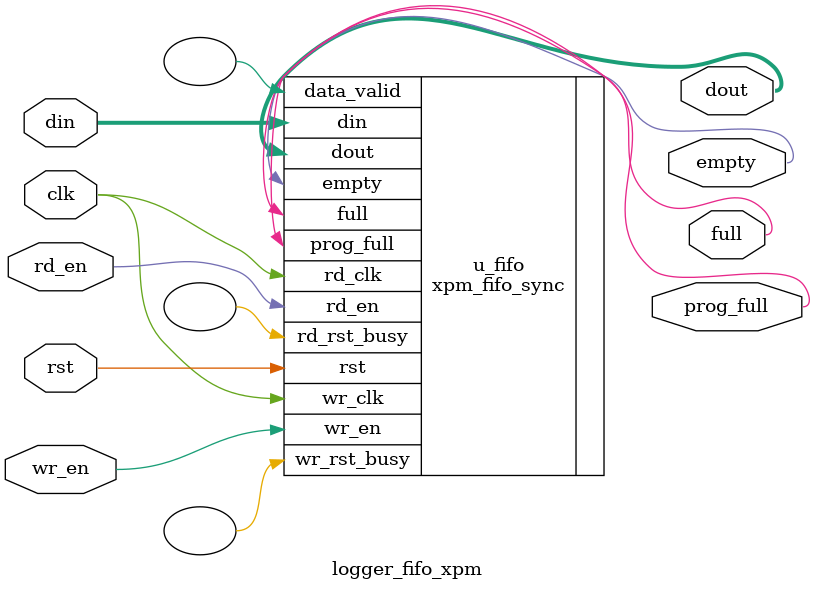
<source format=sv>
module logger_fifo_xpm #(
    parameter int DEPTH            = 256,
    parameter int PROG_FULL_THRESH = DEPTH - 56,
    parameter bit FWFT             = 1            // First word fall through
) (
    input logic clk,
    input logic rst,

    // Write side
    input  logic       wr_en,
    input  logic [7:0] din,
    output logic       full,
    output logic       prog_full,

    // Read side
    input  logic       rd_en,
    output logic [7:0] dout,
    output logic       empty
);

  xpm_fifo_sync #(
      .FIFO_MEMORY_TYPE ("auto"),
      .ECC_MODE         ("no_ecc"),
      .FIFO_WRITE_DEPTH (DEPTH),
      .WRITE_DATA_WIDTH (8),
      .READ_DATA_WIDTH  (8),
      .READ_MODE        (FWFT ? "fwft" : "std"),
      .FIFO_READ_LATENCY(FWFT ? 0 : 1),
      .PROG_FULL_THRESH (PROG_FULL_THRESH)
  ) u_fifo (
      .rst        (rst),
      .wr_clk     (clk),
      .rd_clk     (clk),
      .din        (din),
      .wr_en      (wr_en),
      .full       (full),
      .prog_full  (prog_full),
      .dout       (dout),
      .rd_en      (rd_en),
      .empty      (empty),
      .data_valid (),
      .wr_rst_busy(),
      .rd_rst_busy()
  );
endmodule

</source>
